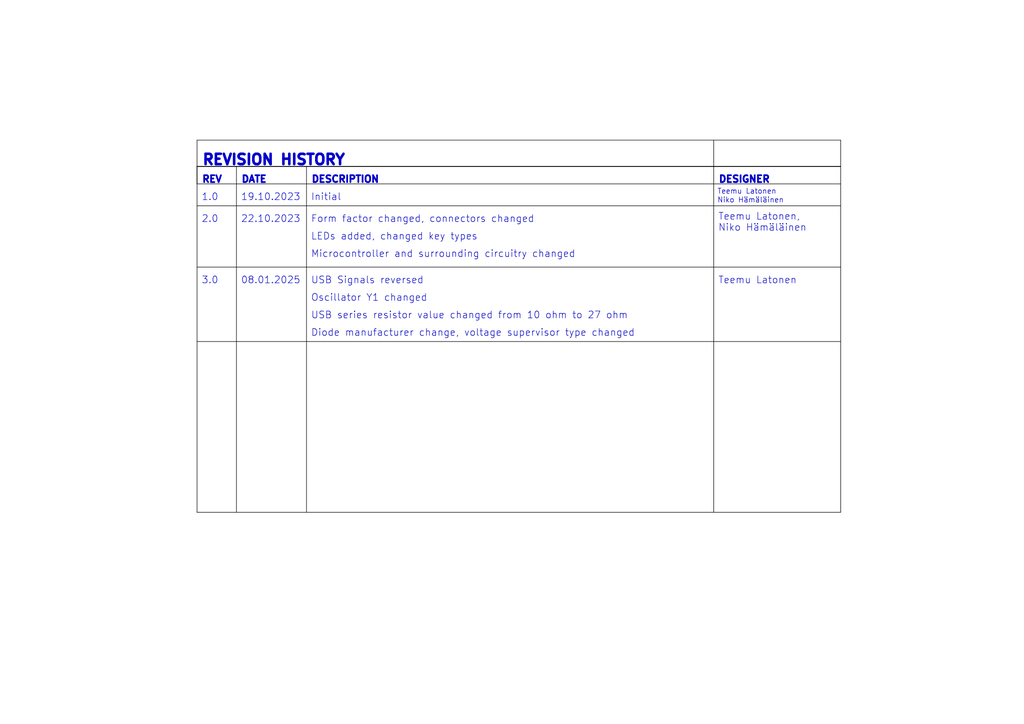
<source format=kicad_sch>
(kicad_sch
	(version 20231120)
	(generator "eeschema")
	(generator_version "8.0")
	(uuid "0ee60cc2-a296-4641-9a41-5b953829b1bb")
	(paper "A4")
	(title_block
		(title "Programmable Keyboard")
		(date "2025-01-06")
		(rev "3.0")
		(company "Kallio Designs Oy")
		(comment 1 "TL, NH")
		(comment 2 "ASSEMBLY_PN")
		(comment 3 "000018")
	)
	(lib_symbols)
	(polyline
		(pts
			(xy 57.15 48.26) (xy 57.15 53.34)
		)
		(stroke
			(width 0)
			(type solid)
			(color 0 0 0 1)
		)
		(uuid "255c4a6d-3a18-43e6-891a-672d4a760771")
	)
	(polyline
		(pts
			(xy 57.15 48.26) (xy 57.15 148.59)
		)
		(stroke
			(width 0)
			(type solid)
			(color 0 0 0 1)
		)
		(uuid "42a0dd2f-213e-4ba5-9282-5f1a2486f4da")
	)
	(polyline
		(pts
			(xy 207.01 148.59) (xy 207.01 48.26)
		)
		(stroke
			(width 0)
			(type solid)
			(color 0 0 0 1)
		)
		(uuid "4e0b1a72-af2b-42fa-a487-2f5532aaa348")
	)
	(polyline
		(pts
			(xy 243.84 48.26) (xy 243.84 40.64)
		)
		(stroke
			(width 0)
			(type solid)
			(color 0 0 0 1)
		)
		(uuid "560c67fc-804e-42bb-860d-e5b13d72fa30")
	)
	(polyline
		(pts
			(xy 207.01 48.26) (xy 207.01 40.64)
		)
		(stroke
			(width 0)
			(type solid)
			(color 0 0 0 1)
		)
		(uuid "5995677d-d438-490f-bd75-33fbc961aaae")
	)
	(polyline
		(pts
			(xy 57.15 59.69) (xy 243.84 59.69)
		)
		(stroke
			(width 0)
			(type solid)
			(color 0 0 0 1)
		)
		(uuid "674ed521-5ec7-4bd5-9ff2-8a5c1e3528f3")
	)
	(polyline
		(pts
			(xy 243.84 148.59) (xy 243.84 48.26)
		)
		(stroke
			(width 0)
			(type solid)
			(color 0 0 0 1)
		)
		(uuid "7203af48-2e47-4b48-b490-e3d8d6b7e467")
	)
	(polyline
		(pts
			(xy 57.15 53.34) (xy 243.84 53.34)
		)
		(stroke
			(width 0)
			(type solid)
			(color 0 0 0 1)
		)
		(uuid "81fede4c-229d-4492-8191-6374aec28c26")
	)
	(polyline
		(pts
			(xy 57.15 48.26) (xy 243.84 48.26)
		)
		(stroke
			(width 0)
			(type solid)
			(color 0 0 0 1)
		)
		(uuid "9e4f7c48-0214-4834-9776-28fe5f168bb2")
	)
	(polyline
		(pts
			(xy 57.15 40.64) (xy 243.84 40.64)
		)
		(stroke
			(width 0)
			(type solid)
			(color 0 0 0 1)
		)
		(uuid "a8d55e6f-9a4d-4783-9902-bd6d183f723c")
	)
	(polyline
		(pts
			(xy 88.9 148.59) (xy 88.9 48.26)
		)
		(stroke
			(width 0)
			(type solid)
			(color 0 0 0 1)
		)
		(uuid "b5133529-ae99-45dc-97d7-e72eeae26eda")
	)
	(polyline
		(pts
			(xy 57.15 148.59) (xy 243.84 148.59)
		)
		(stroke
			(width 0)
			(type solid)
			(color 0 0 0 1)
		)
		(uuid "c23a006f-46af-4d13-b89e-ff6253c4c7c4")
	)
	(polyline
		(pts
			(xy 57.15 48.26) (xy 243.84 48.26)
		)
		(stroke
			(width 0)
			(type solid)
			(color 0 0 0 1)
		)
		(uuid "c31967e0-60c7-412b-9598-be6fa9dcb693")
	)
	(polyline
		(pts
			(xy 57.15 40.64) (xy 57.15 48.26)
		)
		(stroke
			(width 0)
			(type solid)
			(color 0 0 0 1)
		)
		(uuid "d5651b11-b1b9-4107-af71-9babf712cb78")
	)
	(polyline
		(pts
			(xy 57.15 48.26) (xy 243.84 48.26)
		)
		(stroke
			(width 0)
			(type solid)
			(color 0 0 0 1)
		)
		(uuid "e5201cb1-2372-4d92-b784-2a3154ff0be3")
	)
	(polyline
		(pts
			(xy 57.15 77.47) (xy 243.84 77.47)
		)
		(stroke
			(width 0)
			(type solid)
			(color 0 0 0 1)
		)
		(uuid "e5a17625-d8d1-4973-8dab-3f38a64124ba")
	)
	(polyline
		(pts
			(xy 57.15 99.06) (xy 243.84 99.06)
		)
		(stroke
			(width 0)
			(type solid)
			(color 0 0 0 1)
		)
		(uuid "e8b56436-e2d4-40c5-9219-b863e2f0b321")
	)
	(polyline
		(pts
			(xy 68.58 148.59) (xy 68.58 48.26)
		)
		(stroke
			(width 0)
			(type solid)
			(color 0 0 0 1)
		)
		(uuid "f19adedd-7f02-4279-baf0-350299edf23d")
	)
	(text "Teemu Latonen, \nNiko Hämäläinen"
		(exclude_from_sim no)
		(at 208.28 67.31 0)
		(effects
			(font
				(size 2 2)
			)
			(justify left bottom)
		)
		(uuid "01571bef-038b-4e03-96d5-273508328103")
	)
	(text "22.10.2023"
		(exclude_from_sim no)
		(at 69.85 64.77 0)
		(effects
			(font
				(size 2 2)
			)
			(justify left bottom)
		)
		(uuid "17a8cec5-520b-4cfb-b37f-9511510daebe")
	)
	(text "19.10.2023"
		(exclude_from_sim no)
		(at 69.85 58.42 0)
		(effects
			(font
				(size 2 2)
			)
			(justify left bottom)
		)
		(uuid "1bb15cbe-55b4-48a2-aa49-520eda844716")
	)
	(text "REV"
		(exclude_from_sim no)
		(at 58.42 53.34 0)
		(effects
			(font
				(size 2 2)
				(thickness 1)
				(bold yes)
			)
			(justify left bottom)
		)
		(uuid "2de886e7-ad93-4426-82af-d546706ddb51")
	)
	(text "DESCRIPTION"
		(exclude_from_sim no)
		(at 90.17 53.34 0)
		(effects
			(font
				(size 2 2)
				(thickness 1)
				(bold yes)
			)
			(justify left bottom)
		)
		(uuid "328b991e-7db7-4d7a-a132-531c9ce6d077")
	)
	(text "REVISION HISTORY"
		(exclude_from_sim no)
		(at 58.42 48.26 0)
		(effects
			(font
				(size 3 3)
				(thickness 1)
				(bold yes)
			)
			(justify left bottom)
		)
		(uuid "47f85bfb-0077-4714-a665-9ef9622304b6")
	)
	(text "USB Signals reversed"
		(exclude_from_sim no)
		(at 90.17 82.55 0)
		(effects
			(font
				(size 2 2)
			)
			(justify left bottom)
		)
		(uuid "5b3a8363-c9c7-4e62-804d-32df1adcc29b")
	)
	(text "3.0"
		(exclude_from_sim no)
		(at 58.42 82.55 0)
		(effects
			(font
				(size 2 2)
			)
			(justify left bottom)
		)
		(uuid "5ba0cd8d-b430-4d93-9e4c-327bddb1d1cc")
	)
	(text "2.0"
		(exclude_from_sim no)
		(at 58.42 64.77 0)
		(effects
			(font
				(size 2 2)
			)
			(justify left bottom)
		)
		(uuid "5cf90b0d-5cc7-48cb-88db-749409ab910a")
	)
	(text "DESIGNER"
		(exclude_from_sim no)
		(at 208.28 53.34 0)
		(effects
			(font
				(size 2 2)
				(thickness 1)
				(bold yes)
			)
			(justify left bottom)
		)
		(uuid "638edc8f-cf47-4444-9a12-ef6dff6cd11a")
	)
	(text "USB series resistor value changed from 10 ohm to 27 ohm"
		(exclude_from_sim no)
		(at 90.17 92.71 0)
		(effects
			(font
				(size 2 2)
			)
			(justify left bottom)
		)
		(uuid "8c9b22ba-35e4-48b8-a0ea-2796b7ae7007")
	)
	(text "DATE"
		(exclude_from_sim no)
		(at 69.85 53.34 0)
		(effects
			(font
				(size 2 2)
				(thickness 1)
				(bold yes)
			)
			(justify left bottom)
		)
		(uuid "936540ca-e78c-4af3-ae9c-b810a613ee0e")
	)
	(text "1.0"
		(exclude_from_sim no)
		(at 58.42 58.42 0)
		(effects
			(font
				(size 2 2)
			)
			(justify left bottom)
		)
		(uuid "96d800c9-c5e6-4ec0-86f6-f41a725493a7")
	)
	(text "Teemu Latonen"
		(exclude_from_sim no)
		(at 208.28 82.55 0)
		(effects
			(font
				(size 2 2)
			)
			(justify left bottom)
		)
		(uuid "a466fc6a-26e3-407e-aef5-e659ed23d261")
	)
	(text "08.01.2025"
		(exclude_from_sim no)
		(at 69.85 82.55 0)
		(effects
			(font
				(size 2 2)
			)
			(justify left bottom)
		)
		(uuid "a652c885-d76d-4147-a39a-cf485fb87444")
	)
	(text "Initial"
		(exclude_from_sim no)
		(at 90.17 58.42 0)
		(effects
			(font
				(size 2 2)
			)
			(justify left bottom)
		)
		(uuid "a752f49e-fffe-4d23-abe7-ce3161e4fd71")
	)
	(text "Oscillator Y1 changed"
		(exclude_from_sim no)
		(at 90.17 87.63 0)
		(effects
			(font
				(size 2 2)
			)
			(justify left bottom)
		)
		(uuid "a8b2ffa8-4b12-4708-a4f0-8215ce25cd75")
	)
	(text "Microcontroller and surrounding circuitry changed"
		(exclude_from_sim no)
		(at 90.17 74.93 0)
		(effects
			(font
				(size 2 2)
			)
			(justify left bottom)
		)
		(uuid "bc299ea2-0c80-43df-b720-76ad289e37f3")
	)
	(text "Teemu Latonen"
		(exclude_from_sim no)
		(at 208.026 56.515 0)
		(effects
			(font
				(size 1.5 1.5)
			)
			(justify left bottom)
		)
		(uuid "bddb689b-f545-4d49-9c68-ecb9e543125b")
	)
	(text "Form factor changed, connectors changed"
		(exclude_from_sim no)
		(at 90.17 64.77 0)
		(effects
			(font
				(size 2 2)
			)
			(justify left bottom)
		)
		(uuid "cb0a8186-0700-4726-96ea-8de4c77ccf9e")
	)
	(text "LEDs added, changed key types"
		(exclude_from_sim no)
		(at 90.17 69.85 0)
		(effects
			(font
				(size 2 2)
			)
			(justify left bottom)
		)
		(uuid "e74fc300-3d13-4d58-91cf-ac07b491b4f9")
	)
	(text "Diode manufacturer change, voltage supervisor type changed"
		(exclude_from_sim no)
		(at 90.17 97.79 0)
		(effects
			(font
				(size 2 2)
			)
			(justify left bottom)
		)
		(uuid "eb57d09e-ec85-457b-8e34-e73508b34c88")
	)
	(text "Niko Hämäläinen"
		(exclude_from_sim no)
		(at 208.026 59.055 0)
		(effects
			(font
				(size 1.5 1.5)
			)
			(justify left bottom)
		)
		(uuid "f9844a87-9958-4801-b84f-06b095f74382")
	)
)

</source>
